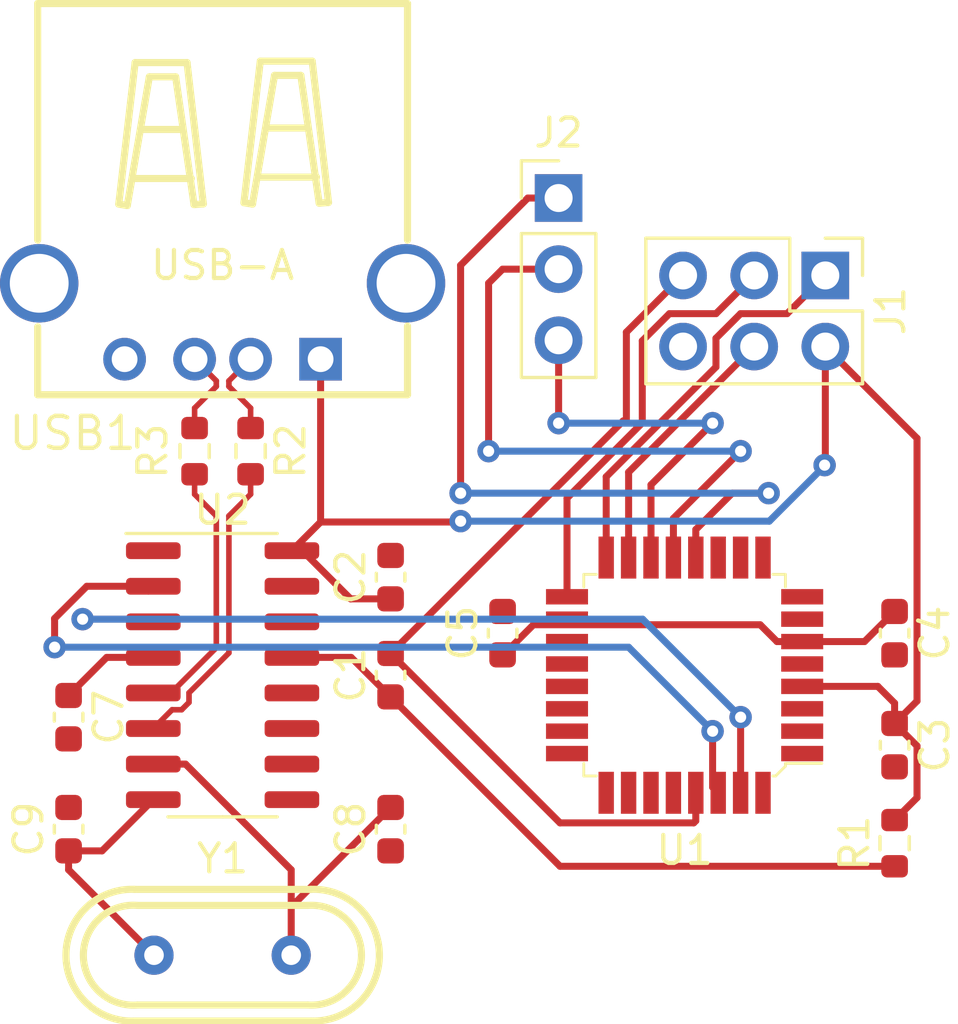
<source format=kicad_pcb>
(kicad_pcb (version 20221018) (generator pcbnew)
  (layers (0 "F.Cu" signal) (31 "B.Cu" signal) (34 "B.Paste" user) (35 "F.Paste" user) (36 "B.SilkS" user "B.Silkscreen") (37 "F.SilkS" user "F.Silkscreen") (38 "B.Mask" user) (39 "F.Mask" user) (44 "Edge.Cuts" user))
  (net 0 "")
  (net 1 "Net-(U2-~{DTR})")
  (net 2 "/RESET")
  (net 3 "/5v")
  (net 4 "GND")
  (net 5 "Net-(U1-AVCC)")
  (net 6 "Net-(U2-V3)")
  (net 7 "Net-(U2-XI)")
  (net 8 "Net-(U2-XO)")
  (net 9 "/MISO")
  (net 10 "/SCK")
  (net 11 "/MOSI")
  (net 25 "/Rx")
  (net 26 "/Tx")
  (net 36 "Net-(J2-Pin_1)")
  (net 37 "Net-(J2-Pin_2)")
  (net 38 "Net-(J2-Pin_3)")
  (net 42 "/USB-")
  (net 43 "/D-")
  (net 44 "/USB+")
  (net 45 "/D+")
  (footprint "Resistor_SMD:R_0603_1608Metric" (layer "F.Cu") (at 107 84 -90)
    (fp_text reference "R2" (at 0 -1.43 90) (layer "F.SilkS"))
    (fp_text value "22")
    (fp_line (start -0.237258 -0.5225) (end 0.237258 -0.5225) (stroke (width 0.12)) (layer "F.SilkS"))
    (fp_line (start -0.237258 0.5225) (end 0.237258 0.5225) (stroke (width 0.12)) (layer "F.SilkS"))
    (pad "1" smd roundrect (at -0.825 0 270) (size 0.8 0.95) (layers "F.Cu" "F.Paste" "F.Mask") (net 42 "/USB-"))
    (pad "2" smd roundrect (at 0.825 0 270) (size 0.8 0.95) (layers "F.Cu" "F.Paste" "F.Mask") (net 43 "/D-"))
  )
  (footprint "Capacitor_SMD:C_0603_1608Metric" (layer "F.Cu") (at 112 88.5 90)
    (fp_text reference "C2" (at 0 -1.43 90) (layer "F.SilkS"))
    (fp_text value "0.1uF")
    (fp_line (start -0.14058 -0.51) (end 0.14058 -0.51) (stroke (width 0.12)) (layer "F.SilkS"))
    (fp_line (start -0.14058 0.51) (end 0.14058 0.51) (stroke (width 0.12)) (layer "F.SilkS"))
    (pad "1" smd roundrect (at -0.775 0 90) (size 0.9 0.95) (layers "F.Cu" "F.Paste" "F.Mask") (net 3 "/5v"))
    (pad "2" smd roundrect (at 0.775 0 90) (size 0.9 0.95) (layers "F.Cu" "F.Paste" "F.Mask") (net 4 "GND"))
  )
  (footprint "Capacitor_SMD:C_0603_1608Metric" (layer "F.Cu") (at 100.5 97.5 90)
    (fp_text reference "C9" (at 0 -1.43 90) (layer "F.SilkS"))
    (fp_text value "22pF")
    (fp_line (start -0.14058 -0.51) (end 0.14058 -0.51) (stroke (width 0.12)) (layer "F.SilkS"))
    (fp_line (start -0.14058 0.51) (end 0.14058 0.51) (stroke (width 0.12)) (layer "F.SilkS"))
    (pad "1" smd roundrect (at -0.775 0 90) (size 0.9 0.95) (layers "F.Cu" "F.Paste" "F.Mask") (net 8 "Net-(U2-XO)"))
    (pad "2" smd roundrect (at 0.775 0 90) (size 0.9 0.95) (layers "F.Cu" "F.Paste" "F.Mask") (net 4 "GND"))
  )
  (footprint "Capacitor_SMD:C_0603_1608Metric" (layer "F.Cu") (at 130 90.5 -90)
    (fp_text reference "C4" (at 0 -1.43 90) (layer "F.SilkS"))
    (fp_text value "0.1uF")
    (fp_line (start -0.14058 -0.51) (end 0.14058 -0.51) (stroke (width 0.12)) (layer "F.SilkS"))
    (fp_line (start -0.14058 0.51) (end 0.14058 0.51) (stroke (width 0.12)) (layer "F.SilkS"))
    (pad "1" smd roundrect (at -0.775 0 270) (size 0.9 0.95) (layers "F.Cu" "F.Paste" "F.Mask") (net 5 "Net-(U1-AVCC)"))
    (pad "2" smd roundrect (at 0.775 0 270) (size 0.9 0.95) (layers "F.Cu" "F.Paste" "F.Mask") (net 4 "GND"))
  )
  (footprint "Connector_PinHeader_2.54mm:PinHeader_1x03_P2.54mm_Vertical" (layer "F.Cu") (at 118 74.96)
    (fp_text reference "J2" (at 0 -2.33) (layer "F.SilkS"))
    (fp_text value "Conn_01x03_Pin")
    (fp_line (start -1.33 -1.33) (end 0 -1.33) (stroke (width 0.12)) (layer "F.SilkS"))
    (fp_line (start -1.33 0) (end -1.33 -1.33) (stroke (width 0.12)) (layer "F.SilkS"))
    (fp_line (start -1.33 1.27) (end -1.33 6.41) (stroke (width 0.12)) (layer "F.SilkS"))
    (fp_line (start -1.33 1.27) (end 1.33 1.27) (stroke (width 0.12)) (layer "F.SilkS"))
    (fp_line (start -1.33 6.41) (end 1.33 6.41) (stroke (width 0.12)) (layer "F.SilkS"))
    (fp_line (start 1.33 1.27) (end 1.33 6.41) (stroke (width 0.12)) (layer "F.SilkS"))
    (pad "1" thru_hole rect (at 0 0) (size 1.7 1.7) (drill 1) (layers "*.Cu" "*.Mask") (net 36 "Net-(J2-Pin_1)"))
    (pad "2" thru_hole oval (at 0 2.54) (size 1.7 1.7) (drill 1) (layers "*.Cu" "*.Mask") (net 37 "Net-(J2-Pin_2)"))
    (pad "3" thru_hole oval (at 0 5.08) (size 1.7 1.7) (drill 1) (layers "*.Cu" "*.Mask") (net 38 "Net-(J2-Pin_3)"))
  )
  (footprint "Resistor_SMD:R_0603_1608Metric" (layer "F.Cu") (at 105 84 -90)
    (fp_text reference "R3" (at 0 1.5 90) (layer "F.SilkS"))
    (fp_text value "22")
    (fp_line (start -0.237258 -0.5225) (end 0.237258 -0.5225) (stroke (width 0.12)) (layer "F.SilkS"))
    (fp_line (start -0.237258 0.5225) (end 0.237258 0.5225) (stroke (width 0.12)) (layer "F.SilkS"))
    (pad "1" smd roundrect (at -0.825 0 270) (size 0.8 0.95) (layers "F.Cu" "F.Paste" "F.Mask") (net 44 "/USB+"))
    (pad "2" smd roundrect (at 0.825 0 270) (size 0.8 0.95) (layers "F.Cu" "F.Paste" "F.Mask") (net 45 "/D+"))
  )
  (footprint "PiE_Footprints:USB-A_female" (layer "F.Cu") (at 106 79.36 180)
    (fp_text reference "USB1" (at 3 -4) (layer "F.SilkS") (effects (font (size 1.143 1.143) (thickness 0.152)) (justify right)))
    (fp_text value "USB_Type_A_903-331A1011D10100" hide)
    (fp_text user "USB-A" (at 0 2) (layer "F.SilkS"))
    (fp_line (start -6.604 -2.625) (end -6.604 -0.175) (stroke (width 0.254)) (layer "F.SilkS"))
    (fp_line (start -6.604 -2.625) (end 6.604 -2.625) (stroke (width 0.254)) (layer "F.SilkS"))
    (fp_line (start -6.604 11.345) (end -6.604 2.9) (stroke (width 0.254)) (layer "F.SilkS"))
    (fp_line (start -3.782 4.241) (end -3.2 9.288) (stroke (width 0.254)) (layer "F.SilkS"))
    (fp_line (start -3.449 4.215) (end -3.782 4.241) (stroke (width 0.254)) (layer "F.SilkS"))
    (fp_line (start -3.353 5.147) (end -1.27 5.147) (stroke (width 0.254)) (layer "F.SilkS"))
    (fp_line (start -3.2 9.288) (end -1.346 9.288) (stroke (width 0.254)) (layer "F.SilkS"))
    (fp_line (start -3.023 6.9) (end -1.575 6.9) (stroke (width 0.254)) (layer "F.SilkS"))
    (fp_line (start -2.794 8.78) (end -3.449 4.215) (stroke (width 0.254)) (layer "F.SilkS"))
    (fp_line (start -1.854 8.78) (end -2.794 8.78) (stroke (width 0.254)) (layer "F.SilkS"))
    (fp_line (start -1.346 9.288) (end -0.762 4.233) (stroke (width 0.254)) (layer "F.SilkS"))
    (fp_line (start -1.067 4.182) (end -1.854 8.78) (stroke (width 0.254)) (layer "F.SilkS"))
    (fp_line (start -0.762 4.233) (end -1.067 4.182) (stroke (width 0.254)) (layer "F.SilkS"))
    (fp_line (start 0.688 4.19) (end 1.021 4.164) (stroke (width 0.254)) (layer "F.SilkS"))
    (fp_line (start 1.021 4.164) (end 1.676 8.729) (stroke (width 0.254)) (layer "F.SilkS"))
    (fp_line (start 1.118 5.097) (end 3.2 5.097) (stroke (width 0.254)) (layer "F.SilkS"))
    (fp_line (start 1.27 9.237) (end 0.688 4.19) (stroke (width 0.254)) (layer "F.SilkS"))
    (fp_line (start 1.448 6.849) (end 2.896 6.849) (stroke (width 0.254)) (layer "F.SilkS"))
    (fp_line (start 1.676 8.729) (end 2.616 8.729) (stroke (width 0.254)) (layer "F.SilkS"))
    (fp_line (start 2.616 8.729) (end 3.404 4.131) (stroke (width 0.254)) (layer "F.SilkS"))
    (fp_line (start 3.124 9.237) (end 1.27 9.237) (stroke (width 0.254)) (layer "F.SilkS"))
    (fp_line (start 3.404 4.131) (end 3.708 4.182) (stroke (width 0.254)) (layer "F.SilkS"))
    (fp_line (start 3.708 4.182) (end 3.124 9.237) (stroke (width 0.254)) (layer "F.SilkS"))
    (fp_line (start 6.604 -2.625) (end 6.604 -0.2) (stroke (width 0.254)) (layer "F.SilkS"))
    (fp_line (start 6.604 11.345) (end -6.604 11.345) (stroke (width 0.254)) (layer "F.SilkS"))
    (fp_line (start 6.604 11.345) (end 6.604 2.9) (stroke (width 0.254)) (layer "F.SilkS"))
    (pad "1" thru_hole rect (at -3.5 -1.355 180) (size 1.524 1.524) (drill 0.92) (layers "*.Cu" "*.Mask") (net 3 "/5v"))
    (pad "2" thru_hole circle (at -1 -1.355 180) (size 1.524 1.524) (drill 0.92) (layers "*.Cu" "*.Mask") (net 42 "/USB-"))
    (pad "3" thru_hole circle (at 1 -1.355 180) (size 1.524 1.524) (drill 0.92) (layers "*.Cu" "*.Mask") (net 44 "/USB+"))
    (pad "4" thru_hole circle (at 3.5 -1.355 180) (size 1.524 1.524) (drill 0.92) (layers "*.Cu" "*.Mask") (net 4 "GND"))
    (pad "5" thru_hole circle (at 6.55 1.355 180) (size 2.8 2.8) (drill 2.1) (layers "*.Cu" "*.Mask"))
    (pad "6" thru_hole circle (at -6.55 1.355 180) (size 2.8 2.8) (drill 2.1) (layers "*.Cu" "*.Mask"))
  )
  (footprint "Capacitor_SMD:C_0603_1608Metric" (layer "F.Cu") (at 130 94.5 -90)
    (fp_text reference "C3" (at 0 -1.43 90) (layer "F.SilkS"))
    (fp_text value "0.1uF")
    (fp_line (start -0.14058 -0.51) (end 0.14058 -0.51) (stroke (width 0.12)) (layer "F.SilkS"))
    (fp_line (start -0.14058 0.51) (end 0.14058 0.51) (stroke (width 0.12)) (layer "F.SilkS"))
    (pad "1" smd roundrect (at -0.775 0 270) (size 0.9 0.95) (layers "F.Cu" "F.Paste" "F.Mask") (net 3 "/5v"))
    (pad "2" smd roundrect (at 0.775 0 270) (size 0.9 0.95) (layers "F.Cu" "F.Paste" "F.Mask") (net 4 "GND"))
  )
  (footprint "PiE_Footprints:JYJE S1C12000VWFAC" (layer "F.Cu") (at 106 102)
    (fp_text reference "Y1" (at 0 -3.45 unlocked) (layer "F.SilkS"))
    (fp_text value "Crystal")
    (fp_line (start -3.048 -1.778) (end 3.048 -1.778) (stroke (width 0.254)) (layer "F.SilkS"))
    (fp_line (start -3.048 1.778) (end 3.048 1.778) (stroke (width 0.254)) (layer "F.SilkS"))
    (fp_line (start 3.15 -2.35) (end -3.149 -2.35) (stroke (width 0.254)) (layer "F.SilkS"))
    (fp_line (start 3.15 2.35) (end -3.149 2.35) (stroke (width 0.254)) (layer "F.SilkS"))
    (fp_arc (start -3.149 2.351) (mid -5.593799 -0.000125) (end -3.148751 -2.35099) (stroke (width 0.254)) (layer "F.SilkS"))
    (fp_arc (start -3.048 1.779) (mid -4.9725 0.000161) (end -3.048321 -1.779025) (stroke (width 0.254)) (layer "F.SilkS"))
    (fp_arc (start 3.048 -1.778) (mid 4.958601 -0.000784) (end 3.049563 1.778112) (stroke (width 0.254)) (layer "F.SilkS"))
    (fp_arc (start 3.15 -2.351) (mid 5.600042 -0.00065) (end 3.1493 2.348971) (stroke (width 0.254)) (layer "F.SilkS"))
    (pad "1" thru_hole circle (at -2.45 0) (size 1.4 1.4) (drill 0.7) (layers "*.Cu" "*.Mask") (net 8 "Net-(U2-XO)"))
    (pad "2" thru_hole circle (at 2.45 0) (size 1.4 1.4) (drill 0.7) (layers "*.Cu" "*.Mask") (net 7 "Net-(U2-XI)"))
  )
  (footprint "Resistor_SMD:R_0603_1608Metric" (layer "F.Cu") (at 130 98 90)
    (fp_text reference "R1" (at 0 -1.43 90) (layer "F.SilkS"))
    (fp_text value "10k")
    (fp_line (start -0.237258 -0.5225) (end 0.237258 -0.5225) (stroke (width 0.12)) (layer "F.SilkS"))
    (fp_line (start -0.237258 0.5225) (end 0.237258 0.5225) (stroke (width 0.12)) (layer "F.SilkS"))
    (pad "1" smd roundrect (at -0.825 0 90) (size 0.8 0.95) (layers "F.Cu" "F.Paste" "F.Mask") (net 1 "Net-(U2-~{DTR})"))
    (pad "2" smd roundrect (at 0.825 0 90) (size 0.8 0.95) (layers "F.Cu" "F.Paste" "F.Mask") (net 3 "/5v"))
  )
  (footprint "digikey-footprints:TQFP-32_7x7mm" (layer "F.Cu") (at 122.5 92 180)
    (fp_text reference "U1" (at 0 -6.25) (layer "F.SilkS"))
    (fp_text value "ATMEGA328P-AU")
    (fp_line (start -3.6 -3.25) (end -3.6 -3.15) (stroke (width 0.1)) (layer "F.SilkS"))
    (fp_line (start -3.6 -3.15) (end -4.9 -3.15) (stroke (width 0.1)) (layer "F.SilkS"))
    (fp_line (start -3.6 3.6) (end -3.6 3.15) (stroke (width 0.1)) (layer "F.SilkS"))
    (fp_line (start -3.6 3.6) (end -3.15 3.6) (stroke (width 0.1)) (layer "F.SilkS"))
    (fp_line (start -3.25 -3.6) (end -3.6 -3.25) (stroke (width 0.1)) (layer "F.SilkS"))
    (fp_line (start -3.15 -3.6) (end -3.25 -3.6) (stroke (width 0.1)) (layer "F.SilkS"))
    (fp_line (start 3.6 -3.6) (end 3.15 -3.6) (stroke (width 0.1)) (layer "F.SilkS"))
    (fp_line (start 3.6 -3.6) (end 3.6 -3.15) (stroke (width 0.1)) (layer "F.SilkS"))
    (fp_line (start 3.6 3.6) (end 3.15 3.6) (stroke (width 0.1)) (layer "F.SilkS"))
    (fp_line (start 3.6 3.6) (end 3.6 3.15) (stroke (width 0.1)) (layer "F.SilkS"))
    (pad "1" smd rect (at -4.2 -2.8 180) (size 1.5 0.55) (layers "F.Cu" "F.Paste" "F.Mask"))
    (pad "2" smd rect (at -4.2 -2 180) (size 1.5 0.55) (layers "F.Cu" "F.Paste" "F.Mask"))
    (pad "3" smd rect (at -4.2 -1.2 180) (size 1.5 0.55) (layers "F.Cu" "F.Paste" "F.Mask") (net 4 "GND"))
    (pad "4" smd rect (at -4.2 -0.4 180) (size 1.5 0.55) (layers "F.Cu" "F.Paste" "F.Mask") (net 3 "/5v"))
    (pad "5" smd rect (at -4.2 0.4 180) (size 1.5 0.55) (layers "F.Cu" "F.Paste" "F.Mask") (net 4 "GND"))
    (pad "6" smd rect (at -4.2 1.2 180) (size 1.5 0.55) (layers "F.Cu" "F.Paste" "F.Mask") (net 5 "Net-(U1-AVCC)"))
    (pad "7" smd rect (at -4.2 2 180) (size 1.5 0.55) (layers "F.Cu" "F.Paste" "F.Mask"))
    (pad "8" smd rect (at -4.2 2.8 180) (size 1.5 0.55) (layers "F.Cu" "F.Paste" "F.Mask"))
    (pad "9" smd rect (at -2.8 4.2 180) (size 0.55 1.5) (layers "F.Cu" "F.Paste" "F.Mask"))
    (pad "10" smd rect (at -2 4.2 180) (size 0.55 1.5) (layers "F.Cu" "F.Paste" "F.Mask"))
    (pad "11" smd rect (at -1.2 4.2 180) (size 0.55 1.5) (layers "F.Cu" "F.Paste" "F.Mask"))
    (pad "12" smd rect (at -0.4 4.2 180) (size 0.55 1.5) (layers "F.Cu" "F.Paste" "F.Mask") (net 36 "Net-(J2-Pin_1)"))
    (pad "13" smd rect (at 0.4 4.2 180) (size 0.55 1.5) (layers "F.Cu" "F.Paste" "F.Mask") (net 37 "Net-(J2-Pin_2)"))
    (pad "14" smd rect (at 1.2 4.2 180) (size 0.55 1.5) (layers "F.Cu" "F.Paste" "F.Mask") (net 38 "Net-(J2-Pin_3)"))
    (pad "15" smd rect (at 2 4.2 180) (size 0.55 1.5) (layers "F.Cu" "F.Paste" "F.Mask") (net 11 "/MOSI"))
    (pad "16" smd rect (at 2.8 4.2 180) (size 0.55 1.5) (layers "F.Cu" "F.Paste" "F.Mask") (net 9 "/MISO"))
    (pad "17" smd rect (at 4.2 2.8 180) (size 1.5 0.55) (layers "F.Cu" "F.Paste" "F.Mask") (net 10 "/SCK"))
    (pad "18" smd rect (at 4.2 2 180) (size 1.5 0.55) (layers "F.Cu" "F.Paste" "F.Mask") (net 5 "Net-(U1-AVCC)"))
    (pad "19" smd rect (at 4.2 1.2 180) (size 1.5 0.55) (layers "F.Cu" "F.Paste" "F.Mask"))
    (pad "20" smd rect (at 4.2 0.4 180) (size 1.5 0.55) (layers "F.Cu" "F.Paste" "F.Mask"))
    (pad "21" smd rect (at 4.2 -0.4 180) (size 1.5 0.55) (layers "F.Cu" "F.Paste" "F.Mask") (net 4 "GND"))
    (pad "22" smd rect (at 4.2 -1.2 180) (size 1.5 0.55) (layers "F.Cu" "F.Paste" "F.Mask"))
    (pad "23" smd rect (at 4.2 -2 180) (size 1.5 0.55) (layers "F.Cu" "F.Paste" "F.Mask"))
    (pad "24" smd rect (at 4.2 -2.8 180) (size 1.5 0.55) (layers "F.Cu" "F.Paste" "F.Mask"))
    (pad "25" smd rect (at 2.8 -4.2 180) (size 0.55 1.5) (layers "F.Cu" "F.Paste" "F.Mask"))
    (pad "26" smd rect (at 2 -4.2 180) (size 0.55 1.5) (layers "F.Cu" "F.Paste" "F.Mask"))
    (pad "27" smd rect (at 1.2 -4.2 180) (size 0.55 1.5) (layers "F.Cu" "F.Paste" "F.Mask"))
    (pad "28" smd rect (at 0.4 -4.2 180) (size 0.55 1.5) (layers "F.Cu" "F.Paste" "F.Mask"))
    (pad "29" smd rect (at -0.4 -4.2 180) (size 0.55 1.5) (layers "F.Cu" "F.Paste" "F.Mask") (net 2 "/RESET"))
    (pad "30" smd rect (at -1.2 -4.2 180) (size 0.55 1.5) (layers "F.Cu" "F.Paste" "F.Mask") (net 25 "/Rx"))
    (pad "31" smd rect (at -2 -4.2 180) (size 0.55 1.5) (layers "F.Cu" "F.Paste" "F.Mask") (net 26 "/Tx"))
    (pad "32" smd rect (at -2.8 -4.2 180) (size 0.55 1.5) (layers "F.Cu" "F.Paste" "F.Mask"))
  )
  (footprint "Connector_PinHeader_2.54mm:PinHeader_2x03_P2.54mm_Vertical" (layer "F.Cu") (at 127.525 77.725 -90)
    (fp_text reference "J1" (at 1.27 -2.33 90) (layer "F.SilkS"))
    (fp_text value "Conn_02x03_Odd_Even")
    (fp_line (start -1.33 -1.33) (end 0 -1.33) (stroke (width 0.12)) (layer "F.SilkS"))
    (fp_line (start -1.33 0) (end -1.33 -1.33) (stroke (width 0.12)) (layer "F.SilkS"))
    (fp_line (start -1.33 1.27) (end -1.33 6.41) (stroke (width 0.12)) (layer "F.SilkS"))
    (fp_line (start -1.33 1.27) (end 1.27 1.27) (stroke (width 0.12)) (layer "F.SilkS"))
    (fp_line (start -1.33 6.41) (end 3.87 6.41) (stroke (width 0.12)) (layer "F.SilkS"))
    (fp_line (start 1.27 -1.33) (end 3.87 -1.33) (stroke (width 0.12)) (layer "F.SilkS"))
    (fp_line (start 1.27 1.27) (end 1.27 -1.33) (stroke (width 0.12)) (layer "F.SilkS"))
    (fp_line (start 3.87 -1.33) (end 3.87 6.41) (stroke (width 0.12)) (layer "F.SilkS"))
    (pad "1" thru_hole rect (at 0 0 270) (size 1.7 1.7) (drill 1) (layers "*.Cu" "*.Mask") (net 9 "/MISO"))
    (pad "2" thru_hole oval (at 2.54 0 270) (size 1.7 1.7) (drill 1) (layers "*.Cu" "*.Mask") (net 3 "/5v"))
    (pad "3" thru_hole oval (at 0 2.54 270) (size 1.7 1.7) (drill 1) (layers "*.Cu" "*.Mask") (net 10 "/SCK"))
    (pad "4" thru_hole oval (at 2.54 2.54 270) (size 1.7 1.7) (drill 1) (layers "*.Cu" "*.Mask") (net 11 "/MOSI"))
    (pad "5" thru_hole oval (at 0 5.08 270) (size 1.7 1.7) (drill 1) (layers "*.Cu" "*.Mask") (net 2 "/RESET"))
    (pad "6" thru_hole oval (at 2.54 5.08 270) (size 1.7 1.7) (drill 1) (layers "*.Cu" "*.Mask") (net 4 "GND"))
  )
  (footprint "Capacitor_SMD:C_0603_1608Metric" (layer "F.Cu") (at 112 92 90)
    (fp_text reference "C1" (at 0 -1.43 90) (layer "F.SilkS"))
    (fp_text value "0.1uF")
    (fp_line (start -0.14058 -0.51) (end 0.14058 -0.51) (stroke (width 0.12)) (layer "F.SilkS"))
    (fp_line (start -0.14058 0.51) (end 0.14058 0.51) (stroke (width 0.12)) (layer "F.SilkS"))
    (pad "1" smd roundrect (at -0.775 0 90) (size 0.9 0.95) (layers "F.Cu" "F.Paste" "F.Mask") (net 1 "Net-(U2-~{DTR})"))
    (pad "2" smd roundrect (at 0.775 0 90) (size 0.9 0.95) (layers "F.Cu" "F.Paste" "F.Mask") (net 2 "/RESET"))
  )
  (footprint "Capacitor_SMD:C_0603_1608Metric" (layer "F.Cu") (at 112 97.5 90)
    (fp_text reference "C8" (at 0 -1.43 90) (layer "F.SilkS"))
    (fp_text value "22pF")
    (fp_line (start -0.14058 -0.51) (end 0.14058 -0.51) (stroke (width 0.12)) (layer "F.SilkS"))
    (fp_line (start -0.14058 0.51) (end 0.14058 0.51) (stroke (width 0.12)) (layer "F.SilkS"))
    (pad "1" smd roundrect (at -0.775 0 90) (size 0.9 0.95) (layers "F.Cu" "F.Paste" "F.Mask") (net 4 "GND"))
    (pad "2" smd roundrect (at 0.775 0 90) (size 0.9 0.95) (layers "F.Cu" "F.Paste" "F.Mask") (net 7 "Net-(U2-XI)"))
  )
  (footprint "Package_SO:SOIC-16_3.9x9.9mm_P1.27mm" (layer "F.Cu") (at 106 92)
    (fp_text reference "U2" (at 0 -5.9) (layer "F.SilkS"))
    (fp_text value "CH340G")
    (fp_line (start 0 -5.06) (end -3.45 -5.06) (stroke (width 0.12)) (layer "F.SilkS"))
    (fp_line (start 0 -5.06) (end 1.95 -5.06) (stroke (width 0.12)) (layer "F.SilkS"))
    (fp_line (start 0 5.06) (end -1.95 5.06) (stroke (width 0.12)) (layer "F.SilkS"))
    (fp_line (start 0 5.06) (end 1.95 5.06) (stroke (width 0.12)) (layer "F.SilkS"))
    (pad "1" smd roundrect (at -2.475 -4.445) (size 1.95 0.6) (layers "F.Cu" "F.Paste" "F.Mask") (net 4 "GND"))
    (pad "2" smd roundrect (at -2.475 -3.175) (size 1.95 0.6) (layers "F.Cu" "F.Paste" "F.Mask") (net 25 "/Rx"))
    (pad "3" smd roundrect (at -2.475 -1.905) (size 1.95 0.6) (layers "F.Cu" "F.Paste" "F.Mask") (net 26 "/Tx"))
    (pad "4" smd roundrect (at -2.475 -0.635) (size 1.95 0.6) (layers "F.Cu" "F.Paste" "F.Mask") (net 6 "Net-(U2-V3)"))
    (pad "5" smd roundrect (at -2.475 0.635) (size 1.95 0.6) (layers "F.Cu" "F.Paste" "F.Mask") (net 45 "/D+"))
    (pad "6" smd roundrect (at -2.475 1.905) (size 1.95 0.6) (layers "F.Cu" "F.Paste" "F.Mask") (net 43 "/D-"))
    (pad "7" smd roundrect (at -2.475 3.175) (size 1.95 0.6) (layers "F.Cu" "F.Paste" "F.Mask") (net 7 "Net-(U2-XI)"))
    (pad "8" smd roundrect (at -2.475 4.445) (size 1.95 0.6) (layers "F.Cu" "F.Paste" "F.Mask") (net 8 "Net-(U2-XO)"))
    (pad "9" smd roundrect (at 2.475 4.445) (size 1.95 0.6) (layers "F.Cu" "F.Paste" "F.Mask"))
    (pad "10" smd roundrect (at 2.475 3.175) (size 1.95 0.6) (layers "F.Cu" "F.Paste" "F.Mask"))
    (pad "11" smd roundrect (at 2.475 1.905) (size 1.95 0.6) (layers "F.Cu" "F.Paste" "F.Mask"))
    (pad "12" smd roundrect (at 2.475 0.635) (size 1.95 0.6) (layers "F.Cu" "F.Paste" "F.Mask"))
    (pad "13" smd roundrect (at 2.475 -0.635) (size 1.95 0.6) (layers "F.Cu" "F.Paste" "F.Mask") (net 1 "Net-(U2-~{DTR})"))
    (pad "14" smd roundrect (at 2.475 -1.905) (size 1.95 0.6) (layers "F.Cu" "F.Paste" "F.Mask"))
    (pad "15" smd roundrect (at 2.475 -3.175) (size 1.95 0.6) (layers "F.Cu" "F.Paste" "F.Mask"))
    (pad "16" smd roundrect (at 2.475 -4.445) (size 1.95 0.6) (layers "F.Cu" "F.Paste" "F.Mask") (net 3 "/5v"))
  )
  (footprint "Capacitor_SMD:C_0603_1608Metric" (layer "F.Cu") (at 100.5 93.5 -90)
    (fp_text reference "C7" (at 0 -1.43 90) (layer "F.SilkS"))
    (fp_text value "0.1uF")
    (fp_line (start -0.14058 -0.51) (end 0.14058 -0.51) (stroke (width 0.12)) (layer "F.SilkS"))
    (fp_line (start -0.14058 0.51) (end 0.14058 0.51) (stroke (width 0.12)) (layer "F.SilkS"))
    (pad "1" smd roundrect (at -0.775 0 270) (size 0.9 0.95) (layers "F.Cu" "F.Paste" "F.Mask") (net 6 "Net-(U2-V3)"))
    (pad "2" smd roundrect (at 0.775 0 270) (size 0.9 0.95) (layers "F.Cu" "F.Paste" "F.Mask") (net 4 "GND"))
  )
  (footprint "Capacitor_SMD:C_0603_1608Metric" (layer "F.Cu") (at 116 90.5 90)
    (fp_text reference "C5" (at 0 -1.43 90) (layer "F.SilkS"))
    (fp_text value "0.1uF")
    (fp_line (start -0.14058 -0.51) (end 0.14058 -0.51) (stroke (width 0.12)) (layer "F.SilkS"))
    (fp_line (start -0.14058 0.51) (end 0.14058 0.51) (stroke (width 0.12)) (layer "F.SilkS"))
    (pad "1" smd roundrect (at -0.775 0 90) (size 0.9 0.95) (layers "F.Cu" "F.Paste" "F.Mask") (net 5 "Net-(U1-AVCC)"))
    (pad "2" smd roundrect (at 0.775 0 90) (size 0.9 0.95) (layers "F.Cu" "F.Paste" "F.Mask") (net 4 "GND"))
  )
  (segment (start 112 92.775) (end 110.59 91.365) (width 0.25) (layer "F.Cu") (net 1))
  (segment (start 130 98.825) (end 118.05 98.825) (width 0.25) (layer "F.Cu") (net 1))
  (segment (start 118.05 98.825) (end 112 92.775) (width 0.25) (layer "F.Cu") (net 1))
  (segment (start 110.59 91.365) (end 108.475 91.365) (width 0.25) (layer "F.Cu") (net 1))
  (segment (start 118.05 97.275) (end 122.825 97.275) (width 0.25) (layer "F.Cu") (net 2))
  (segment (start 120.304594 82.920406) (end 112 91.225) (width 0.25) (layer "F.Cu") (net 2))
  (segment (start 122.9 97.2) (end 122.9 96.2) (width 0.25) (layer "F.Cu") (net 2))
  (segment (start 120.420406 82.920406) (end 120.304594 82.920406) (width 0.25) (layer "F.Cu") (net 2))
  (segment (start 122.825 97.275) (end 122.9 97.2) (width 0.25) (layer "F.Cu") (net 2))
  (segment (start 112 91.225) (end 118.05 97.275) (width 0.25) (layer "F.Cu") (net 2))
  (segment (start 120.420406 79.749594) (end 120.420406 82.920406) (width 0.25) (layer "F.Cu") (net 2))
  (segment (start 122.445 77.725) (end 120.420406 79.749594) (width 0.25) (layer "F.Cu") (net 2))
  (segment (start 109.5 80.715) (end 109.5 86.53) (width 0.25) (layer "F.Cu") (net 3))
  (segment (start 130.8 92.925) (end 130 93.725) (width 0.25) (layer "F.Cu") (net 3))
  (segment (start 130 93.725) (end 130 93) (width 0.25) (layer "F.Cu") (net 3))
  (segment (start 109.5 86.53) (end 108.475 87.555) (width 0.25) (layer "F.Cu") (net 3))
  (segment (start 114.47 86.53) (end 114.5 86.5) (width 0.25) (layer "F.Cu") (net 3))
  (segment (start 129.4 92.4) (end 126.7 92.4) (width 0.25) (layer "F.Cu") (net 3))
  (segment (start 112 89.275) (end 110.571751 89.275) (width 0.25) (layer "F.Cu") (net 3))
  (segment (start 127.525 84.475) (end 127.525 80.265) (width 0.25) (layer "F.Cu") (net 3))
  (segment (start 130 97.175) (end 130.8 96.375) (width 0.25) (layer "F.Cu") (net 3))
  (segment (start 127.525 80.265) (end 130.8 83.54) (width 0.25) (layer "F.Cu") (net 3))
  (segment (start 109.5 86.53) (end 114.47 86.53) (width 0.25) (layer "F.Cu") (net 3))
  (segment (start 130 93) (end 129.4 92.4) (width 0.25) (layer "F.Cu") (net 3))
  (segment (start 110.571751 89.275) (end 108.851751 87.555) (width 0.25) (layer "F.Cu") (net 3))
  (segment (start 130.8 94.525) (end 130 93.725) (width 0.25) (layer "F.Cu") (net 3))
  (segment (start 108.851751 87.555) (end 108.475 87.555) (width 0.25) (layer "F.Cu") (net 3))
  (segment (start 127.5 84.5) (end 127.525 84.475) (width 0.25) (layer "F.Cu") (net 3))
  (segment (start 130.8 83.54) (end 130.8 92.925) (width 0.25) (layer "F.Cu") (net 3))
  (segment (start 130.8 96.375) (end 130.8 94.525) (width 0.25) (layer "F.Cu") (net 3))
  (via (at 127.5 84.5) (size 0.8) (drill 0.4) (layers "F.Cu" "B.Cu") (net 3))
  (via (at 114.5 86.5) (size 0.8) (drill 0.4) (layers "F.Cu" "B.Cu") (net 3))
  (segment (start 127.5 84.525305) (end 127.5 84.5) (width 0.25) (layer "B.Cu") (net 3))
  (segment (start 114.5 86.5) (end 125.525305 86.5) (width 0.25) (layer "B.Cu") (net 3))
  (segment (start 125.525305 86.5) (end 127.5 84.525305) (width 0.25) (layer "B.Cu") (net 3))
  (segment (start 130 91.275) (end 129.675 91.6) (width 0.25) (layer "F.Cu") (net 4))
  (segment (start 128.925 90.8) (end 126.7 90.8) (width 0.25) (layer "F.Cu") (net 5))
  (segment (start 116.025 91.275) (end 117.1 90.2) (width 0.25) (layer "F.Cu") (net 5))
  (segment (start 125.8 90.8) (end 126.7 90.8) (width 0.25) (layer "F.Cu") (net 5))
  (segment (start 117.1 90.2) (end 125.2 90.2) (width 0.25) (layer "F.Cu") (net 5))
  (segment (start 125.2 90.2) (end 125.8 90.8) (width 0.25) (layer "F.Cu") (net 5))
  (segment (start 130 89.725) (end 128.925 90.8) (width 0.25) (layer "F.Cu") (net 5))
  (segment (start 116 91.275) (end 116.025 91.275) (width 0.25) (layer "F.Cu") (net 5))
  (segment (start 101.86 91.365) (end 100.5 92.725) (width 0.25) (layer "F.Cu") (net 6))
  (segment (start 103.525 91.365) (end 101.86 91.365) (width 0.25) (layer "F.Cu") (net 6))
  (segment (start 112 96.725) (end 108.45 100.275) (width 0.25) (layer "F.Cu") (net 7))
  (segment (start 104.675 95.175) (end 103.525 95.175) (width 0.25) (layer "F.Cu") (net 7))
  (segment (start 102.825 95.175) (end 103.525 95.175) (width 0.25) (layer "F.Cu") (net 7))
  (segment (start 108.45 102) (end 108.45 98.95) (width 0.25) (layer "F.Cu") (net 7))
  (segment (start 108.45 100.275) (end 108.45 102) (width 0.25) (layer "F.Cu") (net 7))
  (segment (start 108.45 98.95) (end 104.675 95.175) (width 0.25) (layer "F.Cu") (net 7))
  (segment (start 100.5 98.275) (end 101.695 98.275) (width 0.25) (layer "F.Cu") (net 8))
  (segment (start 101.695 98.275) (end 103.525 96.445) (width 0.25) (layer "F.Cu") (net 8))
  (segment (start 100.5 98.275) (end 100.5 98.95) (width 0.25) (layer "F.Cu") (net 8))
  (segment (start 100.5 98.95) (end 103.55 102) (width 0.25) (layer "F.Cu") (net 8))
  (segment (start 124.498299 79.09) (end 123.62 79.968299) (width 0.25) (layer "F.Cu") (net 9))
  (segment (start 123.62 80.993604) (end 119.7 84.913604) (width 0.25) (layer "F.Cu") (net 9))
  (segment (start 123.62 79.968299) (end 123.62 80.993604) (width 0.25) (layer "F.Cu") (net 9))
  (segment (start 119.7 84.913604) (end 119.7 87.8) (width 0.25) (layer "F.Cu") (net 9))
  (segment (start 127.525 77.725) (end 126.16 79.09) (width 0.25) (layer "F.Cu") (net 9))
  (segment (start 126.16 79.09) (end 124.498299 79.09) (width 0.25) (layer "F.Cu") (net 9))
  (segment (start 120.988604 80.059695) (end 120.988604 82.988604) (width 0.25) (layer "F.Cu") (net 10))
  (segment (start 123.62 79.09) (end 121.958299 79.09) (width 0.25) (layer "F.Cu") (net 10))
  (segment (start 120.988604 82.988604) (end 118.3 85.677208) (width 0.25) (layer "F.Cu") (net 10))
  (segment (start 118.3 85.677208) (end 118.3 89.2) (width 0.25) (layer "F.Cu") (net 10))
  (segment (start 121.958299 79.09) (end 120.988604 80.059695) (width 0.25) (layer "F.Cu") (net 10))
  (segment (start 124.985 77.725) (end 123.62 79.09) (width 0.25) (layer "F.Cu") (net 10))
  (segment (start 124.985 80.265) (end 120.5 84.75) (width 0.25) (layer "F.Cu") (net 11))
  (segment (start 120.5 84.75) (end 120.5 87.8) (width 0.25) (layer "F.Cu") (net 11))
  (segment (start 100 90) (end 100 91) (width 0.25) (layer "F.Cu") (net 25))
  (segment (start 100 89.974695) (end 100 90) (width 0.25) (layer "F.Cu") (net 25))
  (segment (start 103.525 88.825) (end 101.149695 88.825) (width 0.25) (layer "F.Cu") (net 25))
  (segment (start 123.5 96) (end 123.7 96.2) (width 0.25) (layer "F.Cu") (net 25))
  (segment (start 123.5 94) (end 123.5 96) (width 0.25) (layer "F.Cu") (net 25))
  (segment (start 103.525 88.825) (end 103.35 89) (width 0.25) (layer "F.Cu") (net 25))
  (segment (start 101.149695 88.825) (end 100 89.974695) (width 0.25) (layer "F.Cu") (net 25))
  (via (at 123.5 94) (size 0.8) (drill 0.4) (layers "F.Cu" "B.Cu") (net 25))
  (via (at 100 91) (size 0.8) (drill 0.4) (layers "F.Cu" "B.Cu") (net 25))
  (segment (start 100 91) (end 120.5 91) (width 0.25) (layer "B.Cu") (net 25))
  (segment (start 120.5 91) (end 123.5 94) (width 0.25) (layer "B.Cu") (net 25))
  (segment (start 103.43 90) (end 101 90) (width 0.25) (layer "F.Cu") (net 26))
  (segment (start 124.5 93.5) (end 124.5 96.2) (width 0.25) (layer "F.Cu") (net 26))
  (segment (start 103.525 90.095) (end 103.43 90) (width 0.25) (layer "F.Cu") (net 26))
  (via (at 101 90) (size 0.8) (drill 0.4) (layers "F.Cu" "B.Cu") (net 26))
  (via (at 124.5 93.5) (size 0.8) (drill 0.4) (layers "F.Cu" "B.Cu") (net 26))
  (segment (start 101 90) (end 121 90) (width 0.25) (layer "B.Cu") (net 26))
  (segment (start 121 90) (end 124.5 93.5) (width 0.25) (layer "B.Cu") (net 26))
  (segment (start 124.2 85.5) (end 122.9 86.8) (width 0.25) (layer "F.Cu") (net 36))
  (segment (start 114.5 77.36) (end 114.5 85.5) (width 0.25) (layer "F.Cu") (net 36))
  (segment (start 118 74.96) (end 116.9 74.96) (width 0.25) (layer "F.Cu") (net 36))
  (segment (start 125.5 85.5) (end 124.2 85.5) (width 0.25) (layer "F.Cu") (net 36))
  (segment (start 116.9 74.96) (end 114.5 77.36) (width 0.25) (layer "F.Cu") (net 36))
  (segment (start 122.9 86.8) (end 122.9 87.8) (width 0.25) (layer "F.Cu") (net 36))
  (via (at 125.5 85.5) (size 0.8) (drill 0.4) (layers "F.Cu" "B.Cu") (net 36))
  (via (at 114.5 85.5) (size 0.8) (drill 0.4) (layers "F.Cu" "B.Cu") (net 36))
  (segment (start 114.5 85.5) (end 125.5 85.5) (width 0.25) (layer "B.Cu") (net 36))
  (segment (start 116 77.5) (end 118 77.5) (width 0.25) (layer "F.Cu") (net 37))
  (segment (start 124.5 84) (end 122.1 86.4) (width 0.25) (layer "F.Cu") (net 37))
  (segment (start 115.5 84) (end 115.5 78) (width 0.25) (layer "F.Cu") (net 37))
  (segment (start 115.5 78) (end 116 77.5) (width 0.25) (layer "F.Cu") (net 37))
  (segment (start 122.1 86.4) (end 122.1 87.8) (width 0.25) (layer "F.Cu") (net 37))
  (via (at 115.5 84) (size 0.8) (drill 0.4) (layers "F.Cu" "B.Cu") (net 37))
  (via (at 124.5 84) (size 0.8) (drill 0.4) (layers "F.Cu" "B.Cu") (net 37))
  (segment (start 115.5 84) (end 124.5 84) (width 0.25) (layer "B.Cu") (net 37))
  (segment (start 123.5 83) (end 121.3 85.2) (width 0.25) (layer "F.Cu") (net 38))
  (segment (start 121.3 85.2) (end 121.3 87.8) (width 0.25) (layer "F.Cu") (net 38))
  (segment (start 118 80.04) (end 118 83) (width 0.25) (layer "F.Cu") (net 38))
  (via (at 118 83) (size 0.8) (drill 0.4) (layers "F.Cu" "B.Cu") (net 38))
  (via (at 123.5 83) (size 0.8) (drill 0.4) (layers "F.Cu" "B.Cu") (net 38))
  (segment (start 123.5 83) (end 118 83) (width 0.25) (layer "B.Cu") (net 38))
  (segment (start 107 82.462499) (end 107 83.175) (width 0.2) (layer "F.Cu") (net 42))
  (segment (start 106.225 81.49) (end 106.225 81.687499) (width 0.2) (layer "F.Cu") (net 42))
  (segment (start 107 80.715) (end 106.225 81.49) (width 0.2) (layer "F.Cu") (net 42))
  (segment (start 106.225 81.687499) (end 107 82.462499) (width 0.2) (layer "F.Cu") (net 42))
  (segment (start 106.225 86.312501) (end 106.225 91.205) (width 0.2) (layer "F.Cu") (net 43))
  (segment (start 104.8 92.971396) (end 104.536396 93.235) (width 0.2) (layer "F.Cu") (net 43))
  (segment (start 104.8 92.63) (end 104.8 92.971396) (width 0.2) (layer "F.Cu") (net 43))
  (segment (start 107 84.825) (end 107 85.537501) (width 0.2) (layer "F.Cu") (net 43))
  (segment (start 106.225 91.205) (end 104.8 92.63) (width 0.2) (layer "F.Cu") (net 43))
  (segment (start 104.536396 93.235) (end 104.195 93.235) (width 0.2) (layer "F.Cu") (net 43))
  (segment (start 107 85.537501) (end 106.225 86.312501) (width 0.2) (layer "F.Cu") (net 43))
  (segment (start 104.195 93.235) (end 103.525 93.905) (width 0.2) (layer "F.Cu") (net 43))
  (segment (start 105 80.715) (end 105.775 81.49) (width 0.2) (layer "F.Cu") (net 44))
  (segment (start 105.775 81.49) (end 105.775 81.687499) (width 0.2) (layer "F.Cu") (net 44))
  (segment (start 105.775 81.687499) (end 105 82.462499) (width 0.2) (layer "F.Cu") (net 44))
  (segment (start 105 82.462499) (end 105 83.175) (width 0.2) (layer "F.Cu") (net 44))
  (segment (start 105.775 86.312501) (end 105.775 91.018603) (width 0.2) (layer "F.Cu") (net 45))
  (segment (start 104.158603 92.635) (end 103.525 92.635) (width 0.2) (layer "F.Cu") (net 45))
  (segment (start 105 84.825) (end 105 85.537501) (width 0.2) (layer "F.Cu") (net 45))
  (segment (start 105 85.537501) (end 105.775 86.312501) (width 0.2) (layer "F.Cu") (net 45))
  (segment (start 105.775 91.018603) (end 104.158603 92.635) (width 0.2) (layer "F.Cu") (net 45))
)
</source>
